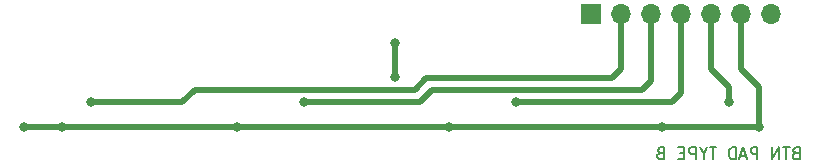
<source format=gbr>
G04 #@! TF.GenerationSoftware,KiCad,Pcbnew,(5.1.0)-1*
G04 #@! TF.CreationDate,2022-02-25T22:57:01-08:00*
G04 #@! TF.ProjectId,BTNPAD_TYPE_B,42544e50-4144-45f5-9459-50455f422e6b,rev?*
G04 #@! TF.SameCoordinates,PX7541940PY6316b30*
G04 #@! TF.FileFunction,Copper,L2,Bot*
G04 #@! TF.FilePolarity,Positive*
%FSLAX45Y45*%
G04 Gerber Fmt 4.5, Leading zero omitted, Abs format (unit mm)*
G04 Created by KiCad (PCBNEW (5.1.0)-1) date 2022-02-25 22:57:01*
%MOMM*%
%LPD*%
G04 APERTURE LIST*
%ADD10C,0.150000*%
%ADD11R,1.700000X1.700000*%
%ADD12O,1.700000X1.700000*%
%ADD13C,0.800000*%
%ADD14C,0.500000*%
G04 APERTURE END LIST*
D10*
X7367187Y130663D02*
X7352901Y125901D01*
X7348139Y121139D01*
X7343377Y111615D01*
X7343377Y97330D01*
X7348139Y87806D01*
X7352901Y83044D01*
X7362425Y78282D01*
X7400520Y78282D01*
X7400520Y178282D01*
X7367187Y178282D01*
X7357663Y173520D01*
X7352901Y168758D01*
X7348139Y159234D01*
X7348139Y149711D01*
X7352901Y140187D01*
X7357663Y135425D01*
X7367187Y130663D01*
X7400520Y130663D01*
X7314806Y178282D02*
X7257663Y178282D01*
X7286234Y78282D02*
X7286234Y178282D01*
X7224329Y78282D02*
X7224329Y178282D01*
X7167187Y78282D01*
X7167187Y178282D01*
X7043377Y78282D02*
X7043377Y178282D01*
X7005282Y178282D01*
X6995758Y173520D01*
X6990996Y168758D01*
X6986234Y159234D01*
X6986234Y144949D01*
X6990996Y135425D01*
X6995758Y130663D01*
X7005282Y125901D01*
X7043377Y125901D01*
X6948139Y106853D02*
X6900520Y106853D01*
X6957663Y78282D02*
X6924329Y178282D01*
X6890996Y78282D01*
X6857663Y78282D02*
X6857663Y178282D01*
X6833853Y178282D01*
X6819568Y173520D01*
X6810044Y163996D01*
X6805282Y154472D01*
X6800520Y135425D01*
X6800520Y121139D01*
X6805282Y102091D01*
X6810044Y92568D01*
X6819568Y83044D01*
X6833853Y78282D01*
X6857663Y78282D01*
X6695758Y178282D02*
X6638615Y178282D01*
X6667187Y78282D02*
X6667187Y178282D01*
X6586234Y125901D02*
X6586234Y78282D01*
X6619568Y178282D02*
X6586234Y125901D01*
X6552901Y178282D01*
X6519568Y78282D02*
X6519568Y178282D01*
X6481472Y178282D01*
X6471948Y173520D01*
X6467187Y168758D01*
X6462425Y159234D01*
X6462425Y144949D01*
X6467187Y135425D01*
X6471948Y130663D01*
X6481472Y125901D01*
X6519568Y125901D01*
X6419568Y130663D02*
X6386234Y130663D01*
X6371948Y78282D02*
X6419568Y78282D01*
X6419568Y178282D01*
X6371948Y178282D01*
X6219568Y130663D02*
X6205282Y125901D01*
X6200520Y121139D01*
X6195758Y111615D01*
X6195758Y97330D01*
X6200520Y87806D01*
X6205282Y83044D01*
X6214806Y78282D01*
X6252901Y78282D01*
X6252901Y178282D01*
X6219568Y178282D01*
X6210044Y173520D01*
X6205282Y168758D01*
X6200520Y159234D01*
X6200520Y149711D01*
X6205282Y140187D01*
X6210044Y135425D01*
X6219568Y130663D01*
X6252901Y130663D01*
D11*
X5637200Y1309700D03*
D12*
X5891200Y1309700D03*
X6145200Y1309700D03*
X6399200Y1309700D03*
X6653200Y1309700D03*
X6907200Y1309700D03*
X7161200Y1309700D03*
D13*
X1156640Y351000D03*
X7054520Y351000D03*
X835300Y351000D03*
X2635300Y351000D03*
X4435300Y351000D03*
X6235300Y351000D03*
X3973500Y1063320D03*
X3973500Y771950D03*
X1400300Y560200D03*
X3200300Y560200D03*
X5000300Y560200D03*
X6800300Y560200D03*
D14*
X7054520Y692480D02*
X6907200Y839800D01*
X7054520Y351000D02*
X7054520Y692480D01*
X6907200Y839800D02*
X6907200Y1309700D01*
X835300Y351000D02*
X7054520Y351000D01*
X3973500Y1063320D02*
X3973500Y771950D01*
X2170300Y560200D02*
X1400300Y560200D01*
X5891200Y839800D02*
X5815000Y763600D01*
X4240200Y763600D02*
X4143680Y667080D01*
X4143680Y667080D02*
X2277180Y667080D01*
X5891200Y1309700D02*
X5891200Y839800D01*
X5815000Y763600D02*
X4240200Y763600D01*
X2277180Y667080D02*
X2170300Y560200D01*
X4291000Y662000D02*
X4189200Y560200D01*
X6069000Y662000D02*
X4291000Y662000D01*
X4189200Y560200D02*
X3200300Y560200D01*
X6145200Y738200D02*
X6069000Y662000D01*
X6145200Y738200D02*
X6145200Y1309700D01*
X6399200Y636600D02*
X6399200Y1309700D01*
X6322800Y560200D02*
X6399200Y636600D01*
X5000300Y560200D02*
X6322800Y560200D01*
X6653200Y839800D02*
X6800300Y692700D01*
X6800300Y692700D02*
X6800300Y560200D01*
X6653200Y839800D02*
X6653200Y1309700D01*
M02*

</source>
